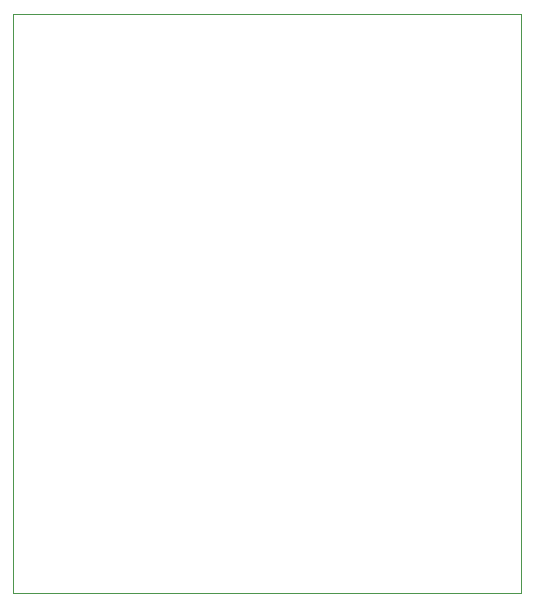
<source format=gbr>
G04 #@! TF.GenerationSoftware,KiCad,Pcbnew,5.1.6-c6e7f7d~87~ubuntu18.04.1*
G04 #@! TF.CreationDate,2020-08-05T13:14:31+01:00*
G04 #@! TF.ProjectId,turbid-pm,74757262-6964-42d7-906d-2e6b69636164,rev?*
G04 #@! TF.SameCoordinates,Original*
G04 #@! TF.FileFunction,Profile,NP*
%FSLAX46Y46*%
G04 Gerber Fmt 4.6, Leading zero omitted, Abs format (unit mm)*
G04 Created by KiCad (PCBNEW 5.1.6-c6e7f7d~87~ubuntu18.04.1) date 2020-08-05 13:14:31*
%MOMM*%
%LPD*%
G01*
G04 APERTURE LIST*
G04 #@! TA.AperFunction,Profile*
%ADD10C,0.050000*%
G04 #@! TD*
G04 APERTURE END LIST*
D10*
X147000000Y-56000000D02*
X104000000Y-56000000D01*
X147000000Y-105000000D02*
X147000000Y-56000000D01*
X104000000Y-105000000D02*
X147000000Y-105000000D01*
X104000000Y-105000000D02*
X104000000Y-56000000D01*
M02*

</source>
